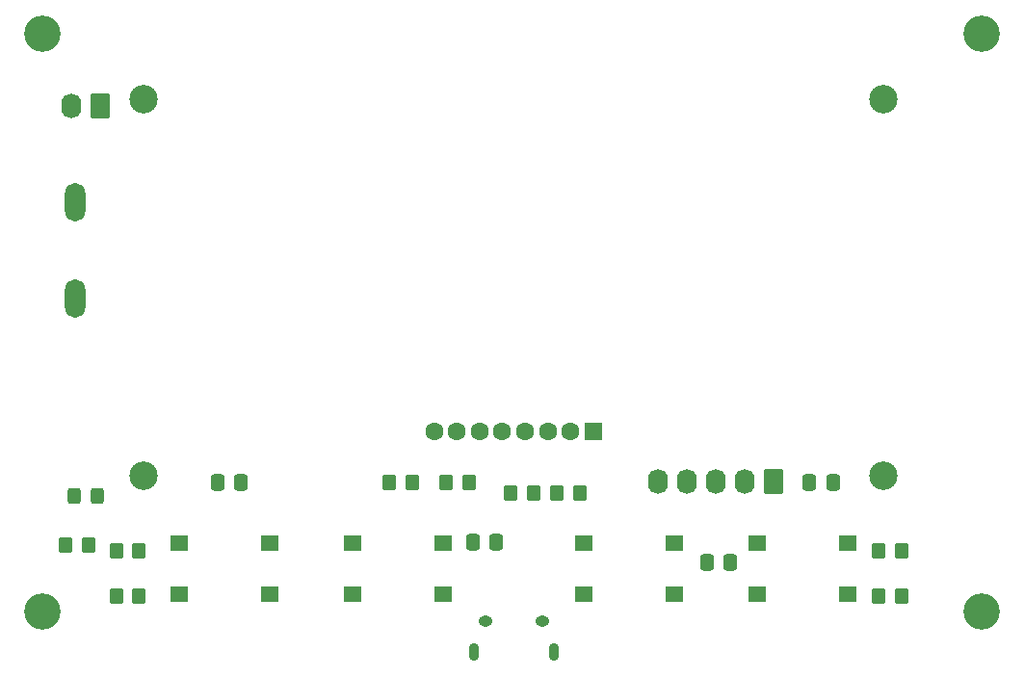
<source format=gts>
G04 #@! TF.GenerationSoftware,KiCad,Pcbnew,(7.0.0)*
G04 #@! TF.CreationDate,2023-03-05T16:48:56-06:00*
G04 #@! TF.ProjectId,Phone_Audio_FM_Transmitter,50686f6e-655f-4417-9564-696f5f464d5f,1*
G04 #@! TF.SameCoordinates,Original*
G04 #@! TF.FileFunction,Soldermask,Top*
G04 #@! TF.FilePolarity,Negative*
%FSLAX46Y46*%
G04 Gerber Fmt 4.6, Leading zero omitted, Abs format (unit mm)*
G04 Created by KiCad (PCBNEW (7.0.0)) date 2023-03-05 16:48:56*
%MOMM*%
%LPD*%
G01*
G04 APERTURE LIST*
G04 Aperture macros list*
%AMRoundRect*
0 Rectangle with rounded corners*
0 $1 Rounding radius*
0 $2 $3 $4 $5 $6 $7 $8 $9 X,Y pos of 4 corners*
0 Add a 4 corners polygon primitive as box body*
4,1,4,$2,$3,$4,$5,$6,$7,$8,$9,$2,$3,0*
0 Add four circle primitives for the rounded corners*
1,1,$1+$1,$2,$3*
1,1,$1+$1,$4,$5*
1,1,$1+$1,$6,$7*
1,1,$1+$1,$8,$9*
0 Add four rect primitives between the rounded corners*
20,1,$1+$1,$2,$3,$4,$5,0*
20,1,$1+$1,$4,$5,$6,$7,0*
20,1,$1+$1,$6,$7,$8,$9,0*
20,1,$1+$1,$8,$9,$2,$3,0*%
G04 Aperture macros list end*
%ADD10RoundRect,0.250000X-0.350000X-0.450000X0.350000X-0.450000X0.350000X0.450000X-0.350000X0.450000X0*%
%ADD11C,3.200000*%
%ADD12RoundRect,0.250000X0.350000X0.450000X-0.350000X0.450000X-0.350000X-0.450000X0.350000X-0.450000X0*%
%ADD13RoundRect,0.250000X-0.337500X-0.475000X0.337500X-0.475000X0.337500X0.475000X-0.337500X0.475000X0*%
%ADD14R,1.600000X1.400000*%
%ADD15C,2.500000*%
%ADD16R,1.600000X1.600000*%
%ADD17C,1.600000*%
%ADD18O,1.800000X3.400000*%
%ADD19RoundRect,0.250000X-0.325000X-0.450000X0.325000X-0.450000X0.325000X0.450000X-0.325000X0.450000X0*%
%ADD20O,0.890000X1.550000*%
%ADD21O,1.250000X0.950000*%
%ADD22RoundRect,0.250000X0.620000X0.845000X-0.620000X0.845000X-0.620000X-0.845000X0.620000X-0.845000X0*%
%ADD23O,1.740000X2.190000*%
G04 APERTURE END LIST*
D10*
X115586000Y-94488000D03*
X117586000Y-94488000D03*
D11*
X113538000Y-100330000D03*
D12*
X189000000Y-99000000D03*
X187000000Y-99000000D03*
D13*
X180925000Y-89000000D03*
X183000000Y-89000000D03*
D11*
X113538000Y-49530000D03*
X196088000Y-49530000D03*
D12*
X189000000Y-95000000D03*
X187000000Y-95000000D03*
D10*
X144000000Y-89000000D03*
X146000000Y-89000000D03*
D13*
X151362500Y-94234000D03*
X153437500Y-94234000D03*
D10*
X158766000Y-89916000D03*
X160766000Y-89916000D03*
D14*
X176339999Y-94269999D03*
X184339999Y-94269999D03*
X176339999Y-98769999D03*
X184339999Y-98769999D03*
D10*
X154702000Y-89916000D03*
X156702000Y-89916000D03*
D15*
X122440000Y-55280000D03*
X122440000Y-88380000D03*
X187440000Y-55280000D03*
X187440000Y-88380000D03*
D16*
X161939999Y-84479999D03*
D17*
X159940000Y-84480000D03*
X157940000Y-84480000D03*
X155940000Y-84480000D03*
X153940000Y-84480000D03*
X151940000Y-84480000D03*
X149940000Y-84480000D03*
X147940000Y-84480000D03*
D18*
X116389999Y-72829999D03*
X116389999Y-64329999D03*
D14*
X125539999Y-94269999D03*
X133539999Y-94269999D03*
X125539999Y-98769999D03*
X133539999Y-98769999D03*
X140779999Y-94269999D03*
X148779999Y-94269999D03*
X140779999Y-98769999D03*
X148779999Y-98769999D03*
D13*
X171925000Y-96000000D03*
X174000000Y-96000000D03*
D10*
X149000000Y-89000000D03*
X151000000Y-89000000D03*
X120000000Y-95000000D03*
X122000000Y-95000000D03*
D19*
X116323000Y-90170000D03*
X118373000Y-90170000D03*
D11*
X196088000Y-100330000D03*
D10*
X120000000Y-99000000D03*
X122000000Y-99000000D03*
D13*
X128925000Y-89000000D03*
X131000000Y-89000000D03*
D14*
X161099999Y-94269999D03*
X169099999Y-94269999D03*
X161099999Y-98769999D03*
X169099999Y-98769999D03*
D20*
X158479999Y-103885999D03*
D21*
X157479999Y-101185999D03*
X152479999Y-101185999D03*
D20*
X151479999Y-103885999D03*
D22*
X118618000Y-55900000D03*
D23*
X116077999Y-55899999D03*
D22*
X177800000Y-88900000D03*
D23*
X175259999Y-88899999D03*
X172719999Y-88899999D03*
X170179999Y-88899999D03*
X167639999Y-88899999D03*
M02*

</source>
